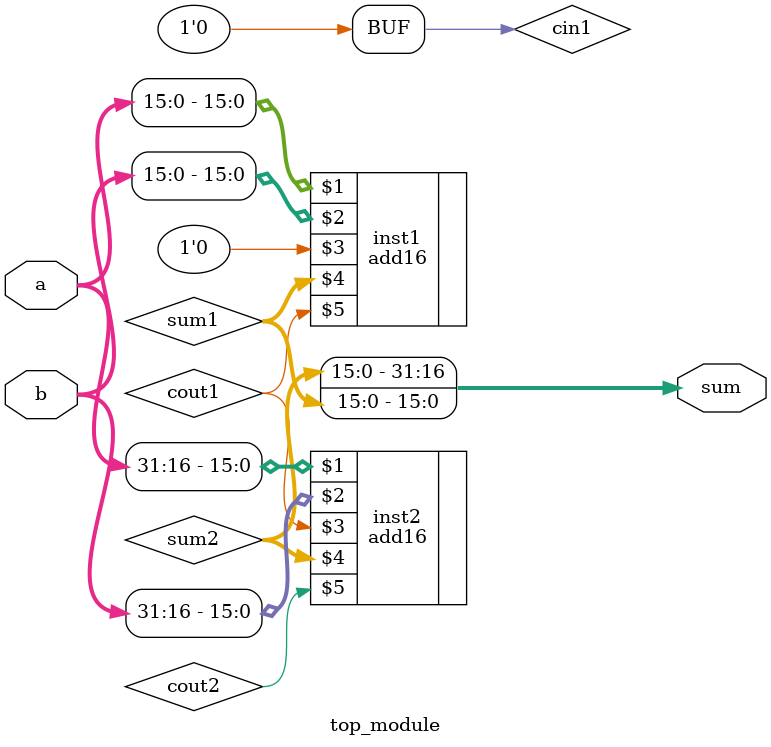
<source format=sv>
module top_module(
    input [31:0] a,
    input [31:0] b,
    output [31:0] sum
);
    wire cin1,cout1,cout2;
    wire [15:0] sum1,sum2;
    assign cin1=1'b0;
    add16 inst1 (a[15:0],b[15:0],cin1,sum1,cout1);
    add16 inst2 (a[31:16],b[31:16],cout1,sum2,cout2);
    assign sum={sum2,sum1};
endmodule

</source>
